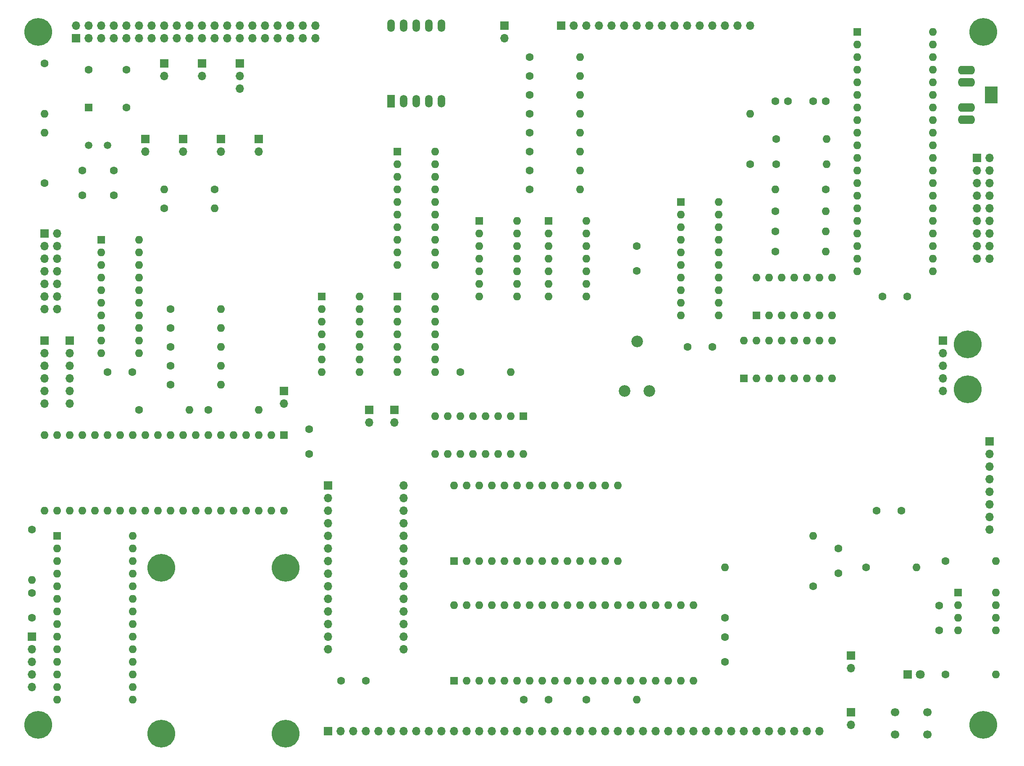
<source format=gts>
G04 #@! TF.GenerationSoftware,KiCad,Pcbnew,5.1.9+dfsg1-1*
G04 #@! TF.CreationDate,2021-05-06T21:29:49+02:00*
G04 #@! TF.ProjectId,dtz80-complete,64747a38-302d-4636-9f6d-706c6574652e,rev?*
G04 #@! TF.SameCoordinates,Original*
G04 #@! TF.FileFunction,Soldermask,Top*
G04 #@! TF.FilePolarity,Negative*
%FSLAX46Y46*%
G04 Gerber Fmt 4.6, Leading zero omitted, Abs format (unit mm)*
G04 Created by KiCad (PCBNEW 5.1.9+dfsg1-1) date 2021-05-06 21:29:49*
%MOMM*%
%LPD*%
G01*
G04 APERTURE LIST*
%ADD10O,1.700000X1.700000*%
%ADD11R,1.700000X1.700000*%
%ADD12O,1.600000X1.600000*%
%ADD13C,1.600000*%
%ADD14R,1.600000X1.600000*%
%ADD15R,1.524000X2.524000*%
%ADD16O,1.524000X2.524000*%
%ADD17C,5.600000*%
%ADD18C,1.700000*%
%ADD19C,2.340000*%
%ADD20R,2.500000X3.500000*%
%ADD21O,3.500000X1.750000*%
%ADD22C,1.800000*%
%ADD23R,1.800000X1.800000*%
%ADD24C,1.500000*%
G04 APERTURE END LIST*
D10*
X109855000Y-109220000D03*
D11*
X109855000Y-106680000D03*
D12*
X138430000Y-99060000D03*
D13*
X128270000Y-99060000D03*
D10*
X114935000Y-109220000D03*
D11*
X114935000Y-106680000D03*
D10*
X116840000Y-121920000D03*
X101600000Y-154940000D03*
X116840000Y-124460000D03*
X101600000Y-152400000D03*
X116840000Y-127000000D03*
X101600000Y-149860000D03*
X116840000Y-129540000D03*
X101600000Y-147320000D03*
X116840000Y-132080000D03*
X101600000Y-144780000D03*
X116840000Y-134620000D03*
X101600000Y-142240000D03*
X116840000Y-137160000D03*
X101600000Y-139700000D03*
X116840000Y-139700000D03*
X101600000Y-137160000D03*
X116840000Y-142240000D03*
X101600000Y-134620000D03*
X116840000Y-144780000D03*
X101600000Y-132080000D03*
X116840000Y-147320000D03*
X101600000Y-129540000D03*
X116840000Y-149860000D03*
X101600000Y-127000000D03*
X116840000Y-152400000D03*
X101600000Y-124460000D03*
X116840000Y-154940000D03*
D11*
X101600000Y-121920000D03*
D12*
X123190000Y-54610000D03*
X115570000Y-77470000D03*
X123190000Y-57150000D03*
X115570000Y-74930000D03*
X123190000Y-59690000D03*
X115570000Y-72390000D03*
X123190000Y-62230000D03*
X115570000Y-69850000D03*
X123190000Y-64770000D03*
X115570000Y-67310000D03*
X123190000Y-67310000D03*
X115570000Y-64770000D03*
X123190000Y-69850000D03*
X115570000Y-62230000D03*
X123190000Y-72390000D03*
X115570000Y-59690000D03*
X123190000Y-74930000D03*
X115570000Y-57150000D03*
X123190000Y-77470000D03*
D14*
X115570000Y-54610000D03*
D15*
X114300000Y-44450000D03*
D16*
X116840000Y-44450000D03*
X119380000Y-44450000D03*
X121920000Y-44450000D03*
X124460000Y-44450000D03*
X124460000Y-29210000D03*
X121920000Y-29210000D03*
X119380000Y-29210000D03*
X116840000Y-29210000D03*
X114300000Y-29210000D03*
D17*
X230500000Y-102500000D03*
X230500000Y-93500000D03*
D12*
X92710000Y-127000000D03*
X44450000Y-111760000D03*
X90170000Y-127000000D03*
X46990000Y-111760000D03*
X87630000Y-127000000D03*
X49530000Y-111760000D03*
X85090000Y-127000000D03*
X52070000Y-111760000D03*
X82550000Y-127000000D03*
X54610000Y-111760000D03*
X80010000Y-127000000D03*
X57150000Y-111760000D03*
X77470000Y-127000000D03*
X59690000Y-111760000D03*
X74930000Y-127000000D03*
X62230000Y-111760000D03*
X72390000Y-127000000D03*
X64770000Y-111760000D03*
X69850000Y-127000000D03*
X67310000Y-111760000D03*
X67310000Y-127000000D03*
X69850000Y-111760000D03*
X64770000Y-127000000D03*
X72390000Y-111760000D03*
X62230000Y-127000000D03*
X74930000Y-111760000D03*
X59690000Y-127000000D03*
X77470000Y-111760000D03*
X57150000Y-127000000D03*
X80010000Y-111760000D03*
X54610000Y-127000000D03*
X82550000Y-111760000D03*
X52070000Y-127000000D03*
X85090000Y-111760000D03*
X49530000Y-127000000D03*
X87630000Y-111760000D03*
X46990000Y-127000000D03*
X90170000Y-111760000D03*
X44450000Y-127000000D03*
D14*
X92710000Y-111760000D03*
D17*
X93000000Y-172000000D03*
X93000000Y-138500000D03*
X68000000Y-172000000D03*
X68000000Y-138500000D03*
D12*
X127000000Y-121920000D03*
X160020000Y-137160000D03*
X129540000Y-121920000D03*
X157480000Y-137160000D03*
X132080000Y-121920000D03*
X154940000Y-137160000D03*
X134620000Y-121920000D03*
X152400000Y-137160000D03*
X137160000Y-121920000D03*
X149860000Y-137160000D03*
X139700000Y-121920000D03*
X147320000Y-137160000D03*
X142240000Y-121920000D03*
X144780000Y-137160000D03*
X144780000Y-121920000D03*
X142240000Y-137160000D03*
X147320000Y-121920000D03*
X139700000Y-137160000D03*
X149860000Y-121920000D03*
X137160000Y-137160000D03*
X152400000Y-121920000D03*
X134620000Y-137160000D03*
X154940000Y-121920000D03*
X132080000Y-137160000D03*
X157480000Y-121920000D03*
X129540000Y-137160000D03*
X160020000Y-121920000D03*
D14*
X127000000Y-137160000D03*
D12*
X127000000Y-146050000D03*
X175260000Y-161290000D03*
X129540000Y-146050000D03*
X172720000Y-161290000D03*
X132080000Y-146050000D03*
X170180000Y-161290000D03*
X134620000Y-146050000D03*
X167640000Y-161290000D03*
X137160000Y-146050000D03*
X165100000Y-161290000D03*
X139700000Y-146050000D03*
X162560000Y-161290000D03*
X142240000Y-146050000D03*
X160020000Y-161290000D03*
X144780000Y-146050000D03*
X157480000Y-161290000D03*
X147320000Y-146050000D03*
X154940000Y-161290000D03*
X149860000Y-146050000D03*
X152400000Y-161290000D03*
X152400000Y-146050000D03*
X149860000Y-161290000D03*
X154940000Y-146050000D03*
X147320000Y-161290000D03*
X157480000Y-146050000D03*
X144780000Y-161290000D03*
X160020000Y-146050000D03*
X142240000Y-161290000D03*
X162560000Y-146050000D03*
X139700000Y-161290000D03*
X165100000Y-146050000D03*
X137160000Y-161290000D03*
X167640000Y-146050000D03*
X134620000Y-161290000D03*
X170180000Y-146050000D03*
X132080000Y-161290000D03*
X172720000Y-146050000D03*
X129540000Y-161290000D03*
X175260000Y-146050000D03*
D14*
X127000000Y-161290000D03*
D17*
X233680000Y-170180000D03*
X43180000Y-170180000D03*
X43180000Y-30480000D03*
X233680000Y-30480000D03*
D10*
X225500000Y-102870000D03*
X225500000Y-100330000D03*
X225500000Y-97790000D03*
X225500000Y-95250000D03*
D11*
X225500000Y-92710000D03*
D12*
X181610000Y-138430000D03*
D13*
X181610000Y-148590000D03*
D18*
X215900000Y-167640000D03*
X222400000Y-167640000D03*
X215900000Y-172140000D03*
X222400000Y-172140000D03*
D19*
X166370000Y-102870000D03*
X163870000Y-92870000D03*
X161370000Y-102870000D03*
D10*
X186690000Y-29210000D03*
X184150000Y-29210000D03*
X181610000Y-29210000D03*
X179070000Y-29210000D03*
X176530000Y-29210000D03*
X173990000Y-29210000D03*
X171450000Y-29210000D03*
X168910000Y-29210000D03*
X166370000Y-29210000D03*
X163830000Y-29210000D03*
X161290000Y-29210000D03*
X158750000Y-29210000D03*
X156210000Y-29210000D03*
X153670000Y-29210000D03*
X151130000Y-29210000D03*
D11*
X148590000Y-29210000D03*
D12*
X187960000Y-80010000D03*
X203200000Y-87630000D03*
X190500000Y-80010000D03*
X200660000Y-87630000D03*
X193040000Y-80010000D03*
X198120000Y-87630000D03*
X195580000Y-80010000D03*
X195580000Y-87630000D03*
X198120000Y-80010000D03*
X193040000Y-87630000D03*
X200660000Y-80010000D03*
X190500000Y-87630000D03*
X203200000Y-80010000D03*
D14*
X187960000Y-87630000D03*
D12*
X185420000Y-92710000D03*
X203200000Y-100330000D03*
X187960000Y-92710000D03*
X200660000Y-100330000D03*
X190500000Y-92710000D03*
X198120000Y-100330000D03*
X193040000Y-92710000D03*
X195580000Y-100330000D03*
X195580000Y-92710000D03*
X193040000Y-100330000D03*
X198120000Y-92710000D03*
X190500000Y-100330000D03*
X200660000Y-92710000D03*
X187960000Y-100330000D03*
X203200000Y-92710000D03*
D14*
X185420000Y-100330000D03*
D12*
X223520000Y-30480000D03*
X208280000Y-78740000D03*
X223520000Y-33020000D03*
X208280000Y-76200000D03*
X223520000Y-35560000D03*
X208280000Y-73660000D03*
X223520000Y-38100000D03*
X208280000Y-71120000D03*
X223520000Y-40640000D03*
X208280000Y-68580000D03*
X223520000Y-43180000D03*
X208280000Y-66040000D03*
X223520000Y-45720000D03*
X208280000Y-63500000D03*
X223520000Y-48260000D03*
X208280000Y-60960000D03*
X223520000Y-50800000D03*
X208280000Y-58420000D03*
X223520000Y-53340000D03*
X208280000Y-55880000D03*
X223520000Y-55880000D03*
X208280000Y-53340000D03*
X223520000Y-58420000D03*
X208280000Y-50800000D03*
X223520000Y-60960000D03*
X208280000Y-48260000D03*
X223520000Y-63500000D03*
X208280000Y-45720000D03*
X223520000Y-66040000D03*
X208280000Y-43180000D03*
X223520000Y-68580000D03*
X208280000Y-40640000D03*
X223520000Y-71120000D03*
X208280000Y-38100000D03*
X223520000Y-73660000D03*
X208280000Y-35560000D03*
X223520000Y-76200000D03*
X208280000Y-33020000D03*
X223520000Y-78740000D03*
D14*
X208280000Y-30480000D03*
D12*
X236220000Y-160020000D03*
D13*
X226060000Y-160020000D03*
D12*
X191770000Y-62230000D03*
D13*
X201930000Y-62230000D03*
D12*
X202100000Y-57150000D03*
D13*
X191940000Y-57150000D03*
D12*
X202100000Y-52070000D03*
D13*
X191940000Y-52070000D03*
D12*
X201930000Y-66670000D03*
D13*
X191770000Y-66670000D03*
D12*
X186690000Y-46990000D03*
D13*
X186690000Y-57150000D03*
D12*
X201930000Y-74770000D03*
D13*
X191770000Y-74770000D03*
D12*
X201930000Y-70720000D03*
D13*
X191770000Y-70720000D03*
D10*
X207010000Y-158750000D03*
D11*
X207010000Y-156210000D03*
D10*
X207010000Y-170180000D03*
D11*
X207010000Y-167640000D03*
D10*
X234950000Y-76200000D03*
X232410000Y-76200000D03*
X234950000Y-73660000D03*
X232410000Y-73660000D03*
X234950000Y-71120000D03*
X232410000Y-71120000D03*
X234950000Y-68580000D03*
X232410000Y-68580000D03*
X234950000Y-66040000D03*
X232410000Y-66040000D03*
X234950000Y-63500000D03*
X232410000Y-63500000D03*
X234950000Y-60960000D03*
X232410000Y-60960000D03*
X234950000Y-58420000D03*
X232410000Y-58420000D03*
X234950000Y-55880000D03*
D11*
X232410000Y-55880000D03*
D20*
X235276000Y-43180000D03*
D21*
X230270000Y-48180000D03*
X230270000Y-38180000D03*
X230270000Y-45680000D03*
X230270000Y-40680000D03*
D22*
X220980000Y-160020000D03*
D23*
X218440000Y-160020000D03*
D13*
X62150000Y-99060000D03*
X57150000Y-99060000D03*
X41910000Y-143590000D03*
X41910000Y-148590000D03*
X97790000Y-110570000D03*
X97790000Y-115570000D03*
X194270000Y-44450000D03*
X191770000Y-44450000D03*
X201890000Y-44450000D03*
X199390000Y-44450000D03*
D24*
X57140000Y-53340000D03*
X53340000Y-53340000D03*
D13*
X60960000Y-45720000D03*
X60960000Y-38100000D03*
X53340000Y-38100000D03*
D14*
X53340000Y-45720000D03*
D12*
X63500000Y-72390000D03*
X55880000Y-95250000D03*
X63500000Y-74930000D03*
X55880000Y-92710000D03*
X63500000Y-77470000D03*
X55880000Y-90170000D03*
X63500000Y-80010000D03*
X55880000Y-87630000D03*
X63500000Y-82550000D03*
X55880000Y-85090000D03*
X63500000Y-85090000D03*
X55880000Y-82550000D03*
X63500000Y-87630000D03*
X55880000Y-80010000D03*
X63500000Y-90170000D03*
X55880000Y-77470000D03*
X63500000Y-92710000D03*
X55880000Y-74930000D03*
X63500000Y-95250000D03*
D14*
X55880000Y-72390000D03*
D12*
X236220000Y-143510000D03*
X228600000Y-151130000D03*
X236220000Y-146050000D03*
X228600000Y-148590000D03*
X236220000Y-148590000D03*
X228600000Y-146050000D03*
X236220000Y-151130000D03*
D14*
X228600000Y-143510000D03*
D12*
X107950000Y-83820000D03*
X100330000Y-99060000D03*
X107950000Y-86360000D03*
X100330000Y-96520000D03*
X107950000Y-88900000D03*
X100330000Y-93980000D03*
X107950000Y-91440000D03*
X100330000Y-91440000D03*
X107950000Y-93980000D03*
X100330000Y-88900000D03*
X107950000Y-96520000D03*
X100330000Y-86360000D03*
X107950000Y-99060000D03*
D14*
X100330000Y-83820000D03*
D12*
X180340000Y-64770000D03*
X172720000Y-87630000D03*
X180340000Y-67310000D03*
X172720000Y-85090000D03*
X180340000Y-69850000D03*
X172720000Y-82550000D03*
X180340000Y-72390000D03*
X172720000Y-80010000D03*
X180340000Y-74930000D03*
X172720000Y-77470000D03*
X180340000Y-77470000D03*
X172720000Y-74930000D03*
X180340000Y-80010000D03*
X172720000Y-72390000D03*
X180340000Y-82550000D03*
X172720000Y-69850000D03*
X180340000Y-85090000D03*
X172720000Y-67310000D03*
X180340000Y-87630000D03*
D14*
X172720000Y-64770000D03*
D12*
X140970000Y-115570000D03*
X123190000Y-107950000D03*
X138430000Y-115570000D03*
X125730000Y-107950000D03*
X135890000Y-115570000D03*
X128270000Y-107950000D03*
X133350000Y-115570000D03*
X130810000Y-107950000D03*
X130810000Y-115570000D03*
X133350000Y-107950000D03*
X128270000Y-115570000D03*
X135890000Y-107950000D03*
X125730000Y-115570000D03*
X138430000Y-107950000D03*
X123190000Y-115570000D03*
D14*
X140970000Y-107950000D03*
D12*
X139700000Y-68580000D03*
X132080000Y-83820000D03*
X139700000Y-71120000D03*
X132080000Y-81280000D03*
X139700000Y-73660000D03*
X132080000Y-78740000D03*
X139700000Y-76200000D03*
X132080000Y-76200000D03*
X139700000Y-78740000D03*
X132080000Y-73660000D03*
X139700000Y-81280000D03*
X132080000Y-71120000D03*
X139700000Y-83820000D03*
D14*
X132080000Y-68580000D03*
D12*
X123190000Y-83820000D03*
X115570000Y-99060000D03*
X123190000Y-86360000D03*
X115570000Y-96520000D03*
X123190000Y-88900000D03*
X115570000Y-93980000D03*
X123190000Y-91440000D03*
X115570000Y-91440000D03*
X123190000Y-93980000D03*
X115570000Y-88900000D03*
X123190000Y-96520000D03*
X115570000Y-86360000D03*
X123190000Y-99060000D03*
D14*
X115570000Y-83820000D03*
D12*
X153670000Y-68580000D03*
X146050000Y-83820000D03*
X153670000Y-71120000D03*
X146050000Y-81280000D03*
X153670000Y-73660000D03*
X146050000Y-78740000D03*
X153670000Y-76200000D03*
X146050000Y-76200000D03*
X153670000Y-78740000D03*
X146050000Y-73660000D03*
X153670000Y-81280000D03*
X146050000Y-71120000D03*
X153670000Y-83820000D03*
D14*
X146050000Y-68580000D03*
D12*
X80010000Y-90170000D03*
D13*
X69850000Y-90170000D03*
D12*
X41910000Y-140970000D03*
D13*
X41910000Y-130810000D03*
D12*
X80010000Y-97790000D03*
D13*
X69850000Y-97790000D03*
D12*
X44450000Y-50800000D03*
D13*
X44450000Y-60960000D03*
D12*
X152400000Y-35560000D03*
D13*
X142240000Y-35560000D03*
D12*
X152400000Y-39370000D03*
D13*
X142240000Y-39370000D03*
D12*
X152400000Y-43180000D03*
D13*
X142240000Y-43180000D03*
D12*
X152400000Y-46990000D03*
D13*
X142240000Y-46990000D03*
D12*
X152400000Y-50800000D03*
D13*
X142240000Y-50800000D03*
D12*
X152400000Y-54610000D03*
D13*
X142240000Y-54610000D03*
D12*
X163830000Y-165100000D03*
D13*
X153670000Y-165100000D03*
D12*
X152400000Y-58420000D03*
D13*
X142240000Y-58420000D03*
D12*
X152400000Y-62230000D03*
D13*
X142240000Y-62230000D03*
D12*
X236220000Y-137160000D03*
D13*
X226060000Y-137160000D03*
D12*
X199390000Y-132080000D03*
D13*
X199390000Y-142240000D03*
D12*
X220210000Y-138430000D03*
D13*
X210050000Y-138430000D03*
D12*
X80010000Y-86360000D03*
D13*
X69850000Y-86360000D03*
D12*
X73660000Y-106680000D03*
D13*
X63500000Y-106680000D03*
D12*
X80010000Y-93980000D03*
D13*
X69850000Y-93980000D03*
D12*
X87630000Y-106680000D03*
D13*
X77470000Y-106680000D03*
D12*
X80010000Y-101600000D03*
D13*
X69850000Y-101600000D03*
D12*
X44450000Y-46990000D03*
D13*
X44450000Y-36830000D03*
D12*
X78740000Y-66040000D03*
D13*
X68580000Y-66040000D03*
D12*
X68580000Y-62230000D03*
D13*
X78740000Y-62230000D03*
D10*
X137160000Y-31750000D03*
D11*
X137160000Y-29210000D03*
D10*
X76200000Y-39370000D03*
D11*
X76200000Y-36830000D03*
D10*
X68580000Y-39370000D03*
D11*
X68580000Y-36830000D03*
D10*
X87630000Y-54610000D03*
D11*
X87630000Y-52070000D03*
D10*
X80010000Y-54610000D03*
D11*
X80010000Y-52070000D03*
D10*
X72390000Y-54610000D03*
D11*
X72390000Y-52070000D03*
D10*
X64770000Y-54610000D03*
D11*
X64770000Y-52070000D03*
D10*
X92710000Y-105410000D03*
D11*
X92710000Y-102870000D03*
D10*
X99060000Y-29210000D03*
X99060000Y-31750000D03*
X96520000Y-29210000D03*
X96520000Y-31750000D03*
X93980000Y-29210000D03*
X93980000Y-31750000D03*
X91440000Y-29210000D03*
X91440000Y-31750000D03*
X88900000Y-29210000D03*
X88900000Y-31750000D03*
X86360000Y-29210000D03*
X86360000Y-31750000D03*
X83820000Y-29210000D03*
X83820000Y-31750000D03*
X81280000Y-29210000D03*
X81280000Y-31750000D03*
X78740000Y-29210000D03*
X78740000Y-31750000D03*
X76200000Y-29210000D03*
X76200000Y-31750000D03*
X73660000Y-29210000D03*
X73660000Y-31750000D03*
X71120000Y-29210000D03*
X71120000Y-31750000D03*
X68580000Y-29210000D03*
X68580000Y-31750000D03*
X66040000Y-29210000D03*
X66040000Y-31750000D03*
X63500000Y-29210000D03*
X63500000Y-31750000D03*
X60960000Y-29210000D03*
X60960000Y-31750000D03*
X58420000Y-29210000D03*
X58420000Y-31750000D03*
X55880000Y-29210000D03*
X55880000Y-31750000D03*
X53340000Y-29210000D03*
X53340000Y-31750000D03*
X50800000Y-29210000D03*
D11*
X50800000Y-31750000D03*
D10*
X83820000Y-41910000D03*
X83820000Y-39370000D03*
D11*
X83820000Y-36830000D03*
D10*
X234950000Y-130810000D03*
X234950000Y-128270000D03*
X234950000Y-125730000D03*
X234950000Y-123190000D03*
X234950000Y-120650000D03*
X234950000Y-118110000D03*
X234950000Y-115570000D03*
D11*
X234950000Y-113030000D03*
D10*
X44450000Y-105410000D03*
X44450000Y-102870000D03*
X44450000Y-100330000D03*
X44450000Y-97790000D03*
X44450000Y-95250000D03*
D11*
X44450000Y-92710000D03*
D10*
X200660000Y-171450000D03*
X198120000Y-171450000D03*
X195580000Y-171450000D03*
X193040000Y-171450000D03*
X190500000Y-171450000D03*
X187960000Y-171450000D03*
X185420000Y-171450000D03*
X182880000Y-171450000D03*
X180340000Y-171450000D03*
X177800000Y-171450000D03*
X175260000Y-171450000D03*
X172720000Y-171450000D03*
X170180000Y-171450000D03*
X167640000Y-171450000D03*
X165100000Y-171450000D03*
X162560000Y-171450000D03*
X160020000Y-171450000D03*
X157480000Y-171450000D03*
X154940000Y-171450000D03*
X152400000Y-171450000D03*
X149860000Y-171450000D03*
X147320000Y-171450000D03*
X144780000Y-171450000D03*
X142240000Y-171450000D03*
X139700000Y-171450000D03*
X137160000Y-171450000D03*
X134620000Y-171450000D03*
X132080000Y-171450000D03*
X129540000Y-171450000D03*
X127000000Y-171450000D03*
X124460000Y-171450000D03*
X121920000Y-171450000D03*
X119380000Y-171450000D03*
X116840000Y-171450000D03*
X114300000Y-171450000D03*
X111760000Y-171450000D03*
X109220000Y-171450000D03*
X106680000Y-171450000D03*
X104140000Y-171450000D03*
D11*
X101600000Y-171450000D03*
D10*
X46990000Y-86360000D03*
X44450000Y-86360000D03*
X46990000Y-83820000D03*
X44450000Y-83820000D03*
X46990000Y-81280000D03*
X44450000Y-81280000D03*
X46990000Y-78740000D03*
X44450000Y-78740000D03*
X46990000Y-76200000D03*
X44450000Y-76200000D03*
X46990000Y-73660000D03*
X44450000Y-73660000D03*
X46990000Y-71120000D03*
D11*
X44450000Y-71120000D03*
D10*
X41910000Y-162560000D03*
X41910000Y-160020000D03*
X41910000Y-157480000D03*
X41910000Y-154940000D03*
D11*
X41910000Y-152400000D03*
D10*
X49530000Y-105410000D03*
X49530000Y-102870000D03*
X49530000Y-100330000D03*
X49530000Y-97790000D03*
X49530000Y-95250000D03*
D11*
X49530000Y-92710000D03*
D12*
X62230000Y-132080000D03*
X46990000Y-165100000D03*
X62230000Y-134620000D03*
X46990000Y-162560000D03*
X62230000Y-137160000D03*
X46990000Y-160020000D03*
X62230000Y-139700000D03*
X46990000Y-157480000D03*
X62230000Y-142240000D03*
X46990000Y-154940000D03*
X62230000Y-144780000D03*
X46990000Y-152400000D03*
X62230000Y-147320000D03*
X46990000Y-149860000D03*
X62230000Y-149860000D03*
X46990000Y-147320000D03*
X62230000Y-152400000D03*
X46990000Y-144780000D03*
X62230000Y-154940000D03*
X46990000Y-142240000D03*
X62230000Y-157480000D03*
X46990000Y-139700000D03*
X62230000Y-160020000D03*
X46990000Y-137160000D03*
X62230000Y-162560000D03*
X46990000Y-134620000D03*
X62230000Y-165100000D03*
D14*
X46990000Y-132080000D03*
D13*
X141050000Y-165100000D03*
X146050000Y-165100000D03*
X218360000Y-83820000D03*
X213360000Y-83820000D03*
X217170000Y-127000000D03*
X212170000Y-127000000D03*
X224790000Y-146130000D03*
X224790000Y-151130000D03*
X204470000Y-139620000D03*
X204470000Y-134620000D03*
X104220000Y-161290000D03*
X109220000Y-161290000D03*
X163830000Y-78660000D03*
X163830000Y-73660000D03*
X181610000Y-152480000D03*
X181610000Y-157480000D03*
X174070000Y-93980000D03*
X179070000Y-93980000D03*
X58420000Y-63420000D03*
X58420000Y-58420000D03*
X52070000Y-63420000D03*
X52070000Y-58420000D03*
M02*

</source>
